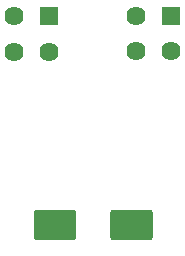
<source format=gbr>
%TF.GenerationSoftware,KiCad,Pcbnew,(5.1.6)-1*%
%TF.CreationDate,2020-11-25T11:58:54+11:00*%
%TF.ProjectId,JETT Station Select Placard PCB V1,4a455454-2053-4746-9174-696f6e205365,rev?*%
%TF.SameCoordinates,Original*%
%TF.FileFunction,Soldermask,Bot*%
%TF.FilePolarity,Negative*%
%FSLAX46Y46*%
G04 Gerber Fmt 4.6, Leading zero omitted, Abs format (unit mm)*
G04 Created by KiCad (PCBNEW (5.1.6)-1) date 2020-11-25 11:58:54*
%MOMM*%
%LPD*%
G01*
G04 APERTURE LIST*
%ADD10C,1.620000*%
%ADD11R,1.620000X1.620000*%
G04 APERTURE END LIST*
D10*
%TO.C,J2*%
X141068801Y-87884000D03*
X144068800Y-87884000D03*
X141068801Y-84884001D03*
D11*
X144068800Y-84884001D03*
%TD*%
D10*
%TO.C,J1*%
X151381201Y-87835999D03*
X154381200Y-87835999D03*
X151381201Y-84836000D03*
D11*
X154381200Y-84836000D03*
%TD*%
%TO.C,C1*%
G36*
G01*
X149226000Y-103605200D02*
X149226000Y-101525200D01*
G75*
G02*
X149486000Y-101265200I260000J0D01*
G01*
X152566000Y-101265200D01*
G75*
G02*
X152826000Y-101525200I0J-260000D01*
G01*
X152826000Y-103605200D01*
G75*
G02*
X152566000Y-103865200I-260000J0D01*
G01*
X149486000Y-103865200D01*
G75*
G02*
X149226000Y-103605200I0J260000D01*
G01*
G37*
G36*
G01*
X142726000Y-103605200D02*
X142726000Y-101525200D01*
G75*
G02*
X142986000Y-101265200I260000J0D01*
G01*
X146066000Y-101265200D01*
G75*
G02*
X146326000Y-101525200I0J-260000D01*
G01*
X146326000Y-103605200D01*
G75*
G02*
X146066000Y-103865200I-260000J0D01*
G01*
X142986000Y-103865200D01*
G75*
G02*
X142726000Y-103605200I0J260000D01*
G01*
G37*
%TD*%
M02*

</source>
